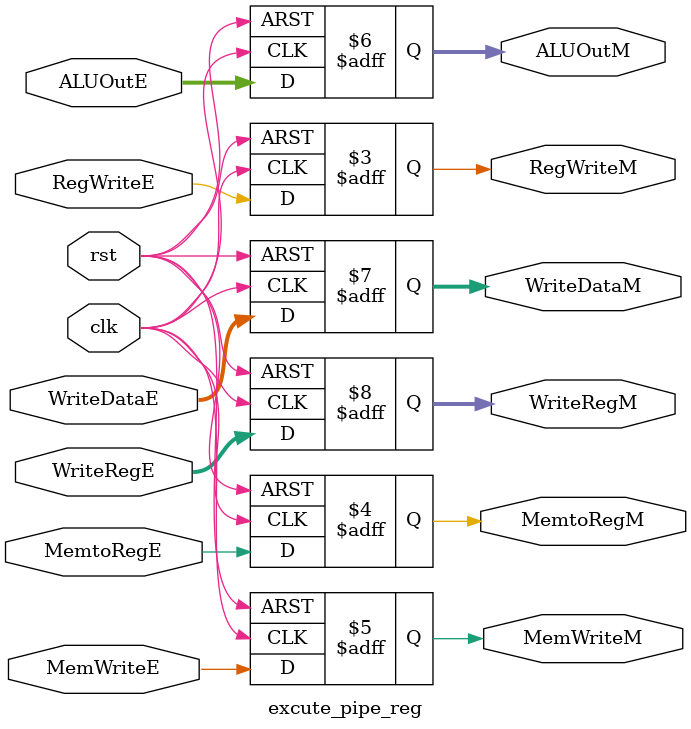
<source format=v>
module excute_pipe_reg (
    input wire          clk,
    input wire          rst,
    input wire          RegWriteE,
    input wire          MemtoRegE,
    input wire          MemWriteE,
    input wire [31:0]   ALUOutE,
    input wire [31:0]   WriteDataE,
    input wire [4:0]    WriteRegE,
    output reg          RegWriteM,
    output reg          MemtoRegM,
    output reg          MemWriteM,
    output reg [31:0]   ALUOutM,
    output reg [31:0]   WriteDataM,
    output reg [4:0]    WriteRegM
);

always @(posedge clk or negedge rst)
begin
    if(!rst)
    begin
        RegWriteM  <= 'b0 ;
        MemtoRegM  <= 'b0 ;
        MemWriteM  <= 'b0 ;
        ALUOutM    <= 'b0 ;
        WriteDataM <= 'b0 ;
        WriteRegM  <= 'b0 ;
    end
    else
    begin
        RegWriteM  <= RegWriteE  ;
        MemtoRegM  <= MemtoRegE  ;
        MemWriteM  <= MemWriteE  ;
        ALUOutM    <= ALUOutE    ;
        WriteDataM <= WriteDataE ;
        WriteRegM  <= WriteRegE  ;
    end
end

endmodule
</source>
